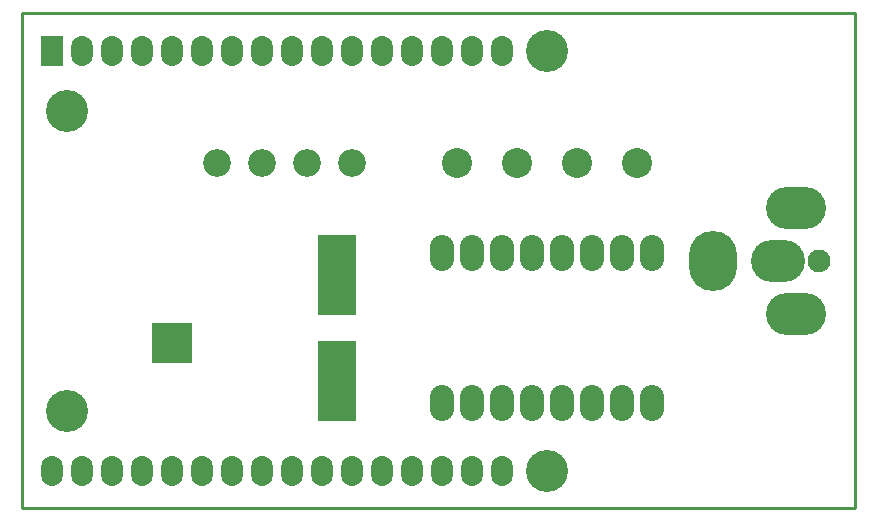
<source format=gts>
G04 #@! TF.GenerationSoftware,KiCad,Pcbnew,no-vcs-found-36e5906~58~ubuntu16.04.1*
G04 #@! TF.CreationDate,2017-06-16T16:05:32-04:00*
G04 #@! TF.ProjectId,stepper_controller_3x2,737465707065725F636F6E74726F6C6C,1.0*
G04 #@! TF.SameCoordinates,Original
G04 #@! TF.FileFunction,Soldermask,Top*
G04 #@! TF.FilePolarity,Negative*
%FSLAX46Y46*%
G04 Gerber Fmt 4.6, Leading zero omitted, Abs format (unit mm)*
G04 Created by KiCad (PCBNEW no-vcs-found-36e5906~58~ubuntu16.04.1) date Fri Jun 16 16:05:32 2017*
%MOMM*%
%LPD*%
G01*
G04 APERTURE LIST*
%ADD10C,0.100000*%
%ADD11C,0.228600*%
%ADD12C,3.556000*%
%ADD13O,1.854200X2.540000*%
%ADD14R,1.854200X2.540000*%
%ADD15R,3.475000X3.475000*%
%ADD16R,3.300000X6.750000*%
%ADD17C,1.930400*%
%ADD18O,4.572000X3.556000*%
%ADD19O,4.064000X5.080000*%
%ADD20O,5.080000X3.556000*%
%ADD21O,2.032000X3.048000*%
%ADD22C,2.540000*%
%ADD23C,2.340000*%
G04 APERTURE END LIST*
D10*
D11*
X156210000Y-67945000D02*
X85725000Y-67945000D01*
X156210000Y-109855000D02*
X156210000Y-67945000D01*
X85725000Y-109855000D02*
X156210000Y-109855000D01*
X85725000Y-67945000D02*
X85725000Y-109855000D01*
D12*
X130175000Y-71120000D03*
X130175000Y-106680000D03*
X89535000Y-101600000D03*
X89535000Y-76200000D03*
D13*
X88265000Y-106680000D03*
X90805000Y-106680000D03*
X93345000Y-106680000D03*
X95885000Y-106680000D03*
X98425000Y-106680000D03*
X100965000Y-106680000D03*
X103505000Y-106680000D03*
X106045000Y-106680000D03*
X108585000Y-106680000D03*
X111125000Y-106680000D03*
X113665000Y-106680000D03*
X116205000Y-106680000D03*
X118745000Y-106680000D03*
X121285000Y-106680000D03*
X123825000Y-106680000D03*
X126365000Y-106680000D03*
X126365000Y-71120000D03*
X123825000Y-71120000D03*
X121285000Y-71120000D03*
X118745000Y-71120000D03*
X116205000Y-71120000D03*
X113665000Y-71120000D03*
X111125000Y-71120000D03*
X108585000Y-71120000D03*
X106045000Y-71120000D03*
X103505000Y-71120000D03*
X100965000Y-71120000D03*
X98425000Y-71120000D03*
X95885000Y-71120000D03*
D14*
X88265000Y-71120000D03*
D13*
X93345000Y-71120000D03*
X90805000Y-71120000D03*
D15*
X98425000Y-95885000D03*
D16*
X112395000Y-90140000D03*
X112395000Y-99090000D03*
D17*
X153212800Y-88900000D03*
D18*
X149707600Y-88900000D03*
D19*
X144221200Y-88900000D03*
D20*
X151206200Y-84404200D03*
X151206200Y-93395800D03*
D21*
X139065000Y-88265000D03*
X136525000Y-88265000D03*
X133985000Y-88265000D03*
X131445000Y-88265000D03*
X128905000Y-88265000D03*
X126365000Y-88265000D03*
X123825000Y-88265000D03*
X121285000Y-88265000D03*
X121285000Y-100965000D03*
X123825000Y-100965000D03*
X126365000Y-100965000D03*
X128905000Y-100965000D03*
X131445000Y-100965000D03*
X133985000Y-100965000D03*
X136525000Y-100965000D03*
X139065000Y-100965000D03*
D22*
X132715000Y-80645000D03*
X127635000Y-80645000D03*
X122555000Y-80645000D03*
X137795000Y-80645000D03*
D23*
X113665000Y-80645000D03*
X102235000Y-80645000D03*
X106045000Y-80645000D03*
X109855000Y-80645000D03*
M02*

</source>
